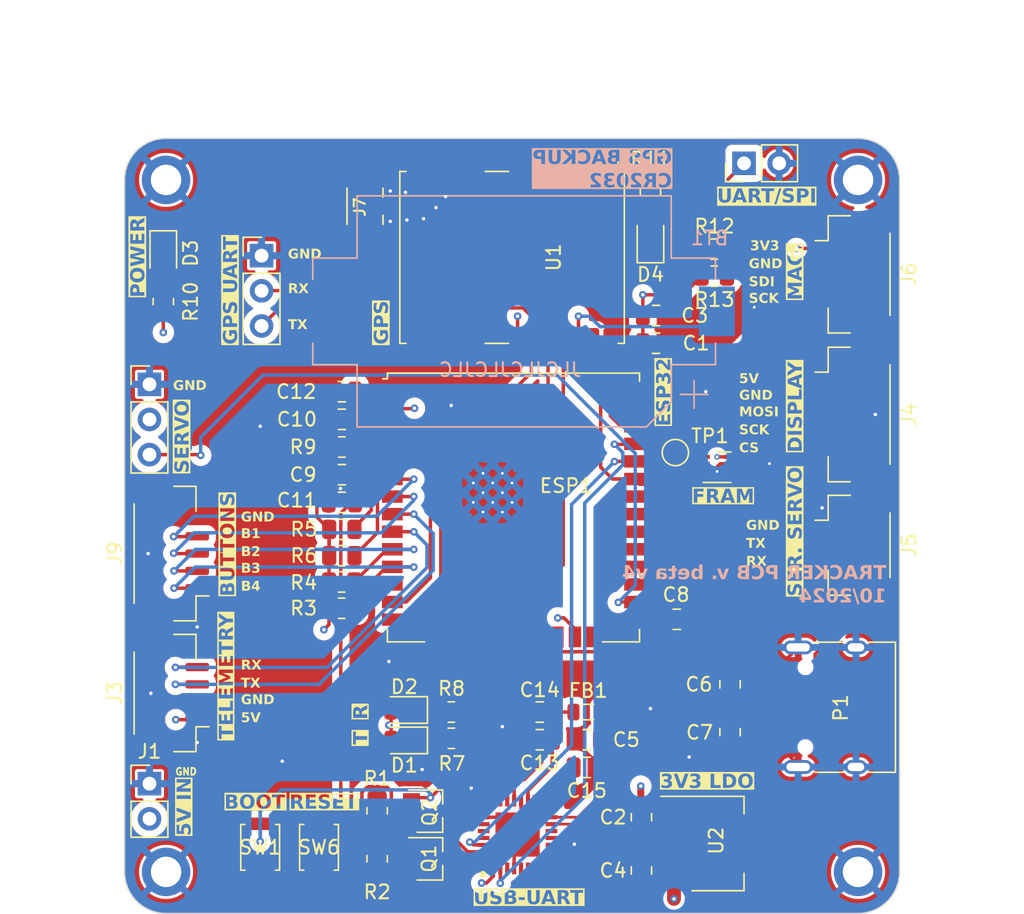
<source format=kicad_pcb>
(kicad_pcb (version 20221018) (generator pcbnew)
  (layers (0 "F.Cu" signal) (1 "In1.Cu" signal) (2 "In2.Cu" signal) (31 "B.Cu" signal) (34 "B.Paste" user) (35 "F.Paste" user) (36 "B.SilkS" user "B.Silkscreen") (37 "F.SilkS" user "F.Silkscreen") (38 "B.Mask" user) (39 "F.Mask" user) (44 "Edge.Cuts" user))
  (net 0 "")
  (net 1 "+3V3")
  (net 2 "GND")
  (net 3 "+5V")
  (net 4 "IO0")
  (net 5 "EN")
  (net 6 "Net-(D3-A)")
  (net 9 "MAV_TX")
  (net 10 "MAV_RX")
  (net 12 "GPS_SCK")
  (net 19 "GPS_CS")
  (net 21 "SERVO")
  (net 22 "SERVO_RX")
  (net 23 "SERVO_TX")
  (net 24 "SCREEN_CS")
  (net 25 "SCREEN_SCK")
  (net 26 "SCREEN_MISO")
  (net 28 "SDI")
  (net 29 "ESP32_RX0")
  (net 30 "ESP32_TX0")
  (net 31 "SCK")
  (net 32 "SCREEN_MOSI")
  (net 33 "Net-(U1-RF_IN)")
  (net 35 "USB_D+")
  (net 36 "USB_D-")
  (net 38 "RTS")
  (net 39 "DTR")
  (net 41 "Net-(D4-A)")
  (net 67 "Net-(IC1-VCC)")
  (net 68 "Net-(D1-K)")
  (net 69 "Net-(D2-K)")
  (net 70 "Net-(IC1-CBUS1)")
  (net 71 "Net-(IC1-CBUS0)")
  (net 72 "Net-(U1-TIMEPULSE)")
  (net 73 "BUTTON_3_ESP")
  (net 74 "BUTTON_4_ESP")
  (net 75 "BUTTON_1_ESP")
  (net 76 "BUTTON_2_ESP")
  (net 77 "Net-(IC1-3V3OUT)")
  (net 78 "Net-(BT1-+)")
  (net 79 "Net-(Q1-B)")
  (net 80 "Net-(Q2-B)")
  (net 81 "Net-(J10-Pin_1)")
  (net 82 "GPS_MISO{slash}TX")
  (net 83 "GPS_MOSI{slash}RX")
  (net 84 "Net-(U3-A0)")
  (footprint "Capacitor_SMD:C_0805_2012Metric" (layer "F.Cu") (at 202.7 65.3 180)
    (fp_text reference "C12")
    (fp_text value "0.1uF" hide)
  )
  (footprint "Package_DFN_QFN:QFN50P500X500X90-33N-D" (layer "F.Cu") (at 215.4 97.3 90)
    (fp_text reference "IC1" hide)
    (fp_text value "FT232RNQ-TRAY" hide)
  )
  (footprint "Resistor_SMD:R_0805_2012Metric" (layer "F.Cu") (at 210.6125 88.45)
    (fp_text reference "R8")
    (fp_text value "270" hide)
  )
  (footprint "Resistor_SMD:R_0805_2012Metric" (layer "F.Cu") (at 202.6875 80.95)
    (fp_text reference "R3")
    (fp_text value "10K" hide)
  )
  (footprint "Capacitor_SMD:C_0805_2012Metric" (layer "F.Cu") (at 202.7 67.3 180)
    (fp_text reference "C10")
    (fp_text value "10uF" hide)
  )
  (footprint "MountingHole:MountingHole_2.2mm_M2_ISO7380_Pad" (layer "F.Cu") (at 240 50)
    (fp_text reference "REF**" hide)
    (fp_text value "MountingHole_2.2mm_M2_ISO7380_Pad" hide)
  )
  (footprint "Capacitor_SMD:C_0805_2012Metric" (layer "F.Cu") (at 220.4 90.45 180)
    (fp_text reference "C5")
    (fp_text value "10nF" hide)
  )
  (footprint "Resistor_SMD:R_0805_2012Metric" (layer "F.Cu") (at 202.7 69.3)
    (fp_text reference "R9")
    (fp_text value "10K" hide)
  )
  (footprint "Resistor_SMD:R_0805_2012Metric" (layer "F.Cu") (at 225 50.9125 -90)
    (fp_text reference "R11")
    (fp_text value "5K" hide)
  )
  (footprint "Capacitor_SMD:C_0805_2012Metric" (layer "F.Cu") (at 225.4 59.8)
    (fp_text reference "C3")
    (fp_text value "0.1uF" hide)
  )
  (footprint "Connector_JST:JST_GH_BM05B-GHS-TBT_1x05-1MP_P1.25mm_Vertical" (layer "F.Cu") (at 239.7 66.95 -90)
    (fp_text reference "J4")
    (fp_text value "DISPLAY")
  )
  (footprint "Resistor_SMD:R_0805_2012Metric" (layer "F.Cu") (at 210.6125 90.35)
    (fp_text reference "R7")
    (fp_text value "270" hide)
  )
  (footprint "Connector_PinHeader_2.54mm:PinHeader_1x03_P2.54mm_Vertical" (layer "F.Cu") (at 196.9 55.475)
    (fp_text reference "J11" hide)
    (fp_text value "Conn_01x03_Pin")
  )
  (footprint "Resistor_SMD:R_0805_2012Metric" (layer "F.Cu") (at 205.25 99.05 90)
    (fp_text reference "R2")
    (fp_text value "10K" hide)
  )
  (footprint "Connector_PinHeader_2.54mm:PinHeader_1x03_P2.54mm_Vertical" (layer "F.Cu") (at 188.8 64.77)
    (fp_text reference "J2" hide)
    (fp_text value "SERVO" hide)
  )
  (footprint "Package_TO_SOT_SMD:TSOT-23" (layer "F.Cu") (at 209.04 99.0375)
    (fp_text reference "Q1")
    (fp_text value "NPN" hide)
  )
  (footprint "Connector_JST:JST_GH_BM05B-GHS-TBT_1x05-1MP_P1.25mm_Vertical" (layer "F.Cu") (at 190.3 77 90)
    (fp_text reference "J9")
    (fp_text value "Conn_01x05_Pin" hide)
  )
  (footprint "Capacitor_SMD:C_0805_2012Metric" (layer "F.Cu") (at 217 90.45 180)
    (fp_text reference "C13")
    (fp_text value "4.7uF" hide)
  )
  (footprint "LED_SMD:LED_0805_2012Metric" (layer "F.Cu") (at 225 54.3 90)
    (fp_text reference "D4")
    (fp_text value "TIMEPULSE")
  )
  (footprint "Resistor_SMD:R_0805_2012Metric" (layer "F.Cu") (at 229.6125 56.95)
    (fp_text reference "R13")
    (fp_text value "2.2K" hide)
  )
  (footprint "Resistor_SMD:R_0805_2012Metric" (layer "F.Cu") (at 202.6875 79.05)
    (fp_text reference "R4")
    (fp_text value "10K" hide)
  )
  (footprint "Button_Switch_SMD:SW_SPST_B3U-1000P" (layer "F.Cu") (at 196.8 98.225 90)
    (fp_text reference "SW1")
    (fp_text value "BOOT")
  )
  (footprint "Inductor_SMD:L_0805_2012Metric" (layer "F.Cu") (at 220.5 88.45)
    (fp_text reference "FB1")
    (fp_text value "FerriteBead_Small" hide)
  )
  (footprint "LED_SMD:LED_0805_2012Metric" (layer "F.Cu") (at 207.2 88.3 180)
    (fp_text reference "D2")
    (fp_text value "RX" hide)
  )
  (footprint "MountingHole:MountingHole_2.2mm_M2_ISO7380_Pad" (layer "F.Cu") (at 240 100)
    (fp_text reference "REF**" hide)
    (fp_text value "MountingHole_2.2mm_M2_ISO7380_Pad" hide)
  )
  (footprint "Package_TO_SOT_SMD:SOT-223-3_TabPin2" (layer "F.Cu") (at 229.85 97.95)
    (fp_text reference "U2")
    (fp_text value "AP7361C-33E" hide)
  )
  (footprint "LED_SMD:LED_0805_2012Metric" (layer "F.Cu") (at 189.8 55.3625 -90)
    (fp_text reference "D3")
    (fp_text value "POWER" hide)
  )
  (footprint "Package_TO_SOT_SMD:TSOT-23" (layer "F.Cu") (at 209.04 95.5875)
    (fp_text reference "Q2")
    (fp_text value "NPN")
  )
  (footprint "Capacitor_SMD:C_0805_2012Metric" (layer "F.Cu") (at 217 88.45 180)
    (fp_text reference "C14")
    (fp_text value "0.1uF" hide)
  )
  (footprint "Resistor_SMD:R_0805_2012Metric" (layer "F.Cu") (at 202.7 77.15)
    (fp_text reference "R6")
    (fp_text value "10K" hide)
  )
  (footprint "Button_Switch_SMD:SW_SPST_B3U-1000P" (layer "F.Cu") (at 201.05 98.225 90)
    (fp_text reference "SW6")
    (fp_text value "RESET")
  )
  (footprint "Capacitor_SMD:C_0805_2012Metric" (layer "F.Cu") (at 226.9 81.75 180)
    (fp_text reference "C8")
    (fp_text value "47pF" hide)
  )
  (footprint "Capacitor_SMD:C_0805_2012Metric" (layer "F.Cu") (at 220.4 92.45 180)
    (fp_text reference "C15")
    (fp_text value "0.1uF")
  )
  (footprint "Capacitor_SMD:C_0805_2012Metric" (layer "F.Cu") (at 202.7125 71.3 180)
    (fp_text reference "C9")
    (fp_text value "0.1uF" hide)
  )
  (footprint "TestPoint:TestPoint_Pad_D1.5mm" (layer "F.Cu") (at 226.8 69.7)
    (fp_text reference "TP1")
    (fp_text value "TestPoint")
  )
  (footprint "Connector_JST:JST_GH_BM04B-GHS-TBT_1x04-1MP_P1.25mm_Vertical" (layer "F.Cu") (at 239.7 56.825 -90)
    (fp_text reference "J6")
    (fp_text value "MAG.")
  )
  (footprint "Capacitor_SMD:C_0805_2012Metric" (layer "F.Cu") (at 224.35 99.9 90)
    (fp_text reference "C4")
    (fp_text value "1uF" hide)
  )
  (footprint "RF_Module:ESP32-WROOM-32UE" (layer "F.Cu") (at 215.1 73.67)
    (fp_text reference "ESP1")
    (fp_text value "ESP32-WROOM-32")
  )
  (footprint "Resistor_SMD:R_0805_2012Metric" (layer "F.Cu") (at 229.6125 55)
    (fp_text reference "R12")
    (fp_text value "2.2K" hide)
  )
  (footprint "RF_GPS:ublox_NEO" (layer "F.Cu") (at 215 55.6 -90)
    (fp_text reference "U1")
    (fp_text value "NEO-M9N")
  )
  (footprint "MountingHole:MountingHole_2.2mm_M2_ISO7380_Pad" (layer "F.Cu") (at 190 50)
    (fp_text reference "REF**" hide)
    (fp_text value "MountingHole_2.2mm_M2_ISO7380_Pad" hide)
  )
  (footprint "Connector_JST:JST_GH_BM04B-GHS-TBT_1x04-1MP_P1.25mm_Vertical" (layer "F.Cu") (at 190.3 87.075 90)
    (fp_text reference "J3")
    (fp_text value "MAVLINK")
  )
  (footprint "U.FL-R-SMT-1_10:HRS_U.FL-R-SMT-1(10)" (layer "F.Cu") (at 204.375 51.9 90)
    (fp_text reference "J7")
    (fp_text value "U.FL-R")
  )
  (footprint "Package_DFN_QFN:DFN-8_2x2mm_P0.5mm" (layer "F.Cu") (at 229.8125 70.7625)
    (fp_text reference "U3" hide)
    (fp_text value "FM24C64B")
  )
  (footprint "Capacitor_SMD:C_0805_2012Metric" (layer "F.Cu") (at 230.75 89.9 -90)
    (fp_text reference "C7")
    (fp_text value "47pF" hide)
  )
  (footprint "Capacitor_SMD:C_0805_2012Metric" (layer "F.Cu") (at 230.75 86.45 90)
    (fp_text reference "C6")
    (fp_text value "47pF" hide)
  )
  (footprint "Resistor_SMD:R_0805_2012Metric" (layer "F.Cu") (at 202.7 75.25)
    (fp_text reference "R5")
    (fp_text value "10K" hide)
  )
  (footprint "Connector_PinHeader_2.54mm:PinHeader_1x02_P2.54mm_Vertical" (layer "F.Cu") (at 231.76 48.8 90)
    (fp_text reference "J10" hide)
    (fp_text value "UART/SPI")
  )
  (footprint "Connector_PinHeader_2.54mm:PinHeader_1x02_P2.54mm_Vertical" (layer "F.Cu") (at 188.8 93.625)
    (fp_text reference "J1")
    (fp_text value "5V")
  )
  (footprint "Resistor_SMD:R_0805_2012Metric" (layer "F.Cu") (at 189.8 58.7875 90)
    (fp_text reference "R10")
    (fp_text value "5K" hide)
  )
  (footprint "Resistor_SMD:R_0805_2012Metric" (layer "F.Cu") (at 205.25 95.5875 -90)
    (fp_text reference "R1")
    (fp_text value "10K" hide)
  )
  (footprint "LED_SMD:LED_0805_2012Metric" (layer "F.Cu") (at 207.2 90.5 180)
    (fp_text reference "D1")
    (fp_text value "TX" hide)
  )
  (footprint "Capacitor_SMD:C_0805_2012Metric" (layer "F.Cu") (at 202.7 73.3)
    (fp_text reference "C11")
    (fp_text value "47pF" hide)
  )
  (footprint "Capacitor_SMD:C_0805_2012Metric" (layer "F.Cu") (at 225.4 61.8)
    (fp_text reference "C1")
    (fp_text value "10uF" hide)
  )
  (footprint "Connector_JST:JST_GH_BM03B-GHS-TBT_1x03-1MP_P1.25mm_Vertical" (layer "F.Cu") (at 239.7 76.4 -90)
    (fp_text reference "J5")
    (fp_text value "SER. SERVO")
  )
  (footprint "Connector_USB:USB_C_Receptacle_HRO_TYPE-C-31-M-12" (layer "F.Cu") (at 238.8 88.1 90)
    (fp_text reference "P1")
    (fp_text value "USB_C_Plug_USB2.0" hide)
  )
  (footprint "MountingHole:MountingHole_2.2mm_M2_ISO7380_Pad" (layer "F.Cu") (at 190 100)
    (fp_text reference "REF**" hide)
    (fp_text value "MountingHole_2.2mm_M2_ISO7380_Pad" hide)
  )
  (footprint "Capacitor_SMD:C_0805_2012Metric" (layer "F.Cu") (at 224.35 96.05 -90)
    (fp_text reference "C2")
    (fp_text value "1uF" hide)
  )
  (footprint "Battery:BatteryHolder_Keystone_1060_1x2032" (layer "B.Cu") (at 215.15 59.5 180)
    (fp_text reference "BT1")
    (fp_text value "Battery_Cell")
  )
  (gr_arc (start 187 50) (mid 187.87868 47.87868) (end 190 47) (stroke (width 0.1)) (layer "Edge.Cuts"))
  (gr_arc (start 190 103) (mid 187.87868 102.12132) (end 187 100) (stroke (width 0.1)) (layer "Edge.Cuts"))
  (gr_line (start 240 103) (end 190 103) (stroke (width 0.1)) (layer "Edge.Cuts"))
  (gr_arc (start 243 100) (mid 242.12132 102.12132) (end 240 103) (stroke (width 0.1)) (layer "Edge.Cuts"))
  (gr_line (start 243 50) (end 243 100) (stroke (width 0.1)) (layer "Edge.Cuts"))
  (gr_line (start 190 47) (end 240 47) (stroke (width 0.1)) (layer "Edge.Cuts"))
  (gr_arc (start 240 47) (mid 242.12132 47.87868) (end 243 50) (stroke (width 0.1)) (layer "Edge.Cuts"))
  (gr_line (start 187 100) (end 187 50) (stroke (width 0.1)) (layer "Edge.Cuts"))
  (gr_text "TRACKER PCB v. beta v4\n10/2024" (at 242.05 80.7) (layer "B.SilkS") (effects (font (size 1 1) (thickness 0.2) bold) (justify left bottom mirror)))
  (gr_text "JLCJLCJLCJLC" (at 220.1 64.3) (layer "B.SilkS") (effects (font (size 1 1)) (justify left bottom mirror)))
  (gr_text "GPS BACKUP\nCR2032" (at 226.55 50.7) (layer "B.SilkS" knockout) (effects (font (size 1 1) (thickness 0.2) bold) (justify left bottom mirror)))
  (gr_text "GND" (at 195.4 74.8) (layer "F.SilkS") (effects (font (size 0.7 0.7) (thickness 0.1) bold) (justify left bottom)))
  (gr_text "SCK\n" (at 231.4 68.5) (layer "F.SilkS") (effects (font (size 0.7 0.7) (thickness 0.1) bold) (justify left bottom)))
  (gr_text "GND" (at 231.4 66) (layer "F.SilkS") (effects (font (size 0.7 0.7) (thickness 0.1) bold) (justify left bottom)))
  (gr_text "POWER" (at 188.6 58.5 90) (layer "F.SilkS" knockout) (effects (font (size 1 1) (thickness 0.2) bold) (justify left bottom)))
  (gr_text "MOSI" (at 231.4 67.2) (layer "F.SilkS") (effects (font (size 0.7 0.7) (thickness 0.1) bold) (justify left bottom)))
  (gr_text "SDI" (at 232.1 57.8) (layer "F.SilkS") (effects (font (size 0.7 0.7) (thickness 0.14) bold) (justify left bottom)))
  (gr_text "SCK" (at 232.1 59) (layer "F.SilkS") (effects (font (size 0.7 0.7) (thickness 0.14) bold) (justify left bottom)))
  (gr_text "RX" (at 231.9 78) (layer "F.SilkS") (effects (font (size 0.7 0.7) (thickness 0.1) bold) (justify left bottom)))
  (gr_text "GPS" (at 206.2 61.9 90) (layer "F.SilkS" knockout) (effects (font (size 1 1) (thickness 0.2) bold) (justify left bottom)))
  (gr_text "3V3" (at 232.2 55.2) (layer "F.SilkS") (effects (font (size 0.7 0.7) (thickness 0.14) bold) (justify left bottom)))
  (gr_text "5V IN" (at 191.95 97.4 90) (layer "F.SilkS" knockout) (effects (font (size 1 1) (thickness 0.2) bold) (justify left bottom)))
  (gr_text "TX" (at 195.4 86.8) (layer "F.SilkS") (effects (font (size 0.7 0.7) (thickness 0.1) bold) (justify left bottom)))
  (gr_text "GPS UART" (at 195.3 61.9 90) (layer "F.SilkS" knockout) (effects (font (size 1 1) (thickness 0.2) bold) (justify left bottom)))
  (gr_text "RESET" (at 198.9 95.6) (layer "F.SilkS" knockout) (effects (font (size 1 1) (thickness 0.2) bold) (justify left bottom)))
  (gr_text "DISPLAY" (at 236.1 69.7 90) (layer "F.SilkS" knockout) (effects (font (size 1 1) (thickness 0.2) bold) (justify left bottom)))
  (gr_text "R" (at 204.7 89 90) (layer "F.SilkS" knockout) (effects (font (size 1 1) (thickness 0.2) bold) (justify left bottom)))
  (gr_text "BUTTONS" (at 195.1 80.1 90) (layer "F.SilkS" knockout) (effects (font (size 1 1) (thickness 0.2) bold) (justify left bottom)))
  (gr_text "BOOT\n" (at 194.2 95.6) (layer "F.SilkS" knockout) (effects (font (size 1 1) (thickness 0.2) bold) (justify left bottom)))
  (gr_text "RX" (at 195.4 85.5) (layer "F.SilkS") (effects (font (size 0.7 0.7) (thickness 0.1) bold) (justify left bottom)))
  (gr_text "MAG." (at 236.1 58.7 90) (layer "F.SilkS" knockout) (effects (font (size 1 1) (thickness 0.2) bold) (justify left bottom)))
  (gr_text "RX" (at 198.8 58.3) (layer "F.SilkS") (effects (font (size 0.7 0.7) (thickness 0.14) bold) (justify left bottom)))
  (gr_text "SERVO" (at 191.8 71.2 90) (layer "F.SilkS" knockout) (effects (font (size 1 1) (thickness 0.2) bold) (justify left bottom)))
  (gr_text "USB-UART" (at 212.2 102.5) (layer "F.SilkS" knockout) (effects (font (size 1 1) (thickness 0.2) bold) (justify left bottom)))
  (gr_text "3V3 LDO" (at 225.7 94.1) (layer "F.SilkS" knockout) (effects (font (size 1 1) (thickness 0.2) bold) (justify left bottom)))
  (gr_text "TELEMETRY" (at 195 90.4 90) (layer "F.SilkS" knockout) (effects (font (size 1 1) (thickness 0.2) bold) (justify left bottom)))
  (gr_text "SER. SERVO" (at 236.1 80.1 90) (layer "F.SilkS" knockout) (effects (font (size 1 1) (thickness 0.2) bold) (justify left bottom)))
  (gr_text "T\n" (at 204.7 90.8 90) (layer "F.SilkS" knockout) (effects (font (size 1 1) (thickness 0.2) bold) (justify left bottom)))
  (gr_text "5V" (at 195.4 89.3) (layer "F.SilkS") (effects (font (size 0.7 0.7) (thickness 0.1) bold) (justify left bottom)))
  (gr_text "B4" (at 195.4 79.8) (layer "F.SilkS") (effects (font (size 0.7 0.7) (thickness 0.1) bold) (justify left bottom)))
  (gr_text "UART/SPI\n" (at 229.8 51.8) (layer "F.SilkS" knockout) (effects (font (size 1 1) (thickness 0.2) bold) (justify left bottom)))
  (gr_text "TX" (at 198.8 60.9) (layer "F.SilkS") (effects (font (size 0.7 0.7) (thickness 0.14) bold) (justify left bottom)))
  (gr_text "CS" (at 231.4 69.8) (layer "F.SilkS") (effects (font (size 0.7 0.7) (thickness 0.1) bold) (justify left bottom)))
  (gr_text "B1" (at 195.4 76) (layer "F.SilkS") (effects (font (size 0.7 0.7) (thickness 0.1) bold) (justify left bottom)))
  (gr_text "B2" (at 195.4 77.3) (layer "F.SilkS") (effects (font (size 0.7 0.7) (thickness 0.1) bold) (justify left bottom)))
  (gr_text "GND" (at 190.6 93.05) (layer "F.SilkS") (effects (font (size 0.5 0.5) (thickness 0.125)) (justify left bottom)))
  (gr_text "5V" (at 231.4 64.8) (layer "F.SilkS") (effects (font (size 0.7 0.7) (thickness 0.1) bold) (justify left bottom)))
  (gr_text "GND" (at 190.5 65.3) (layer "F.SilkS") (effects (font (size 0.7 0.7) (thickness 0.14) bold) (justify left bottom)))
  (gr_text "GND" (at 231.9 75.4) (layer "F.SilkS") (effects (font (size 0.7 0.7) (thickness 0.1) bold) (justify left bottom)))
  (gr_text "TX" (at 231.9 76.7) (layer "F.SilkS") (effects (font (size 0.7 0.7) (thickness 0.1) bold) (justify left bottom)))
  (gr_text "GND" (at 198.8 55.8) (layer "F.SilkS") (effects (font (size 0.7 0.7) (thickness 0.14) bold) (justify left bottom)))
  (gr_text "ESP32" (at 226.6 67.8 90) (layer "F.SilkS" knockout) (effects (font (size 1 1) (thickness 0.2) bold) (justify left bottom)))
  (gr_text "FRAM" (at 228 73.5) (layer "F.SilkS" knockout) (effects (font (size 1 1) (thickness 0.2) bold) (justify left bottom)))
  (gr_text "GND" (at 195.4 88) (layer "F.SilkS") (effects (font (size 0.7 0.7) (thickness 0.1) bold) (justify left bottom)))
  (gr_text "GND" (at 232.1 56.5) (layer "F.SilkS") (effects (font (size 0.7 0.7) (thickness 0.14) bold) (justify left bottom)))
  (gr_text "B3" (at 195.4 78.5) (layer "F.SilkS") (effects (font (size 0.7 0.7) (thickness 0.1) bold) (justify left bottom)))
  (segment (start 224.45 58.3) (end 227.35 58.3) (width 0.25) (layer "F.Cu") (net 1))
  (segment (start 226.7 100.25) (end 224.95 100.25) (width 0.25) (layer "F.Cu") (net 1))
  (segment (start 201.775 80.95) (end 201.775 75.2625) (width 0.25) (layer "F.Cu") (net 1))
  (segment (start 206.1 89.4) (end 206.2625 89.2375) (width 0.25) (layer "F.Cu") (net 1))
  (segment (start 235.55 54.95) (end 237.75 54.95) (width 0.25) (layer "F.Cu") (net 1))
  (segment (start 226.7 101.95) (end 226.7 100.25) (width 1) (layer "F.Cu") (net 1))
  (segment (start 203.65 67.3) (end 204.42 66.53) (width 0.25) (layer "F.Cu") (net 1))
  (segment (start 203.65 67.3) (end 203.65 65.3) (width 0.25) (layer "F.Cu") (net 1))
  (segment (start 224.95 100.25) (end 224.35 100.85) (width 0.25) (layer "F.Cu") (net 1))
  (segment (start 201.7875 69.3) (end 201.7875 69.1625) (width 0.25) (layer "F.Cu") (net 1))
  (segment (start 201.4 82.5) (end 201.775 82.125) (width 0.25) (layer "F.Cu") (net 1))
  (segment (start 226.15 100.8) (end 226.7 100.25) (width 0.25) (layer "F.Cu") (net 1))
  (segment (start 220.9 62.75) (end 220.9 61.6) (width 0.25) (layer "F.Cu") (net 1))
  (segment (start 200.9 74.3625) (end 200.9 70.1875) (width 0.25) (layer "F.Cu") (net 1))
  (segment (start 212.8 100.8) (end 213.15 100.8) (width 0.25) (layer "F.Cu") (net 1))
  (segment (start 201.775 75.2625) (end 201.7875 75.25) (width 0.25) (layer "F.Cu") (net 1))
  (segment (start 220.975 62.825) (end 220.9 62.75) (width 0.25) (layer "F.Cu") (net 1))
  (segment (start 200.9 70.1875) (end 201.7875 69.3) (width 0.25) (layer "F.Cu") (net 1))
  (segment (start 201.7625 69.325) (end 201.7875 69.3) (width 0.25) (layer "F.Cu") (net 1))
  (segment (start 223.425 62.825) (end 220.975 62.825) (width 0.25) (layer "F.Cu") (net 1))
  (segment (start 206.2625 89.5625) (end 206.2625 90.5) (width 0.25) (layer "F.Cu") (net 1))
  (segment (start 201.775 82.125) (end 201.775 80.95) (width 0.25) (layer "F.Cu") (net 1))
  (segment (start 201.7875 75.25) (end 200.9 74.3625) (width 0.25) (layer "F.Cu") (net 1))
  (segment (start 206.1 89.4) (end 206.2625 89.5625) (width 0.25) (layer "F.Cu") (net 1))
  (segment (start 229.8125 70.0125) (end 230.7625 70.0125) (width 0.25) (layer "F.Cu") (net 1))
  (segment (start 207.92 66.53) (end 207.925 66.525) (width 0.25) (layer "F.Cu") (net 1))
  (segment (start 206.2625 89.2375) (end 206.2625 88.3) (width 0.25) (layer "F.Cu") (net 1))
  (segment (start 213.15 100.8) (end 213.65 100.3) (width 0.25) (layer "F.Cu") (net 1))
  (segment (start 206.35 66.53) (end 207.92 66.53) (width 0.25) (layer "F.Cu") (net 1))
  (segment (start 201.7875 75.25) (end 201.7875 77.15) (width 0.25) (layer "F.Cu") (net 1))
  (segment (start 227.25 100.8) (end 226.7 100.25) (width 0.25) (layer "F.Cu") (net 1))
  (segment (start 228.7 55) (end 228.7 56.95) (width 0.25) (layer "F.Cu") (net 1))
  (segment (start 224.45 61.8) (end 223.425 62.825) (width 0.25) (layer "F.Cu") (net 1))
  (segment (start 189.8 61.025) (end 189.8 59.7) (width 0.25) (layer "F.Cu") (net 1))
  (segment (start 213.65 100.3) (end 213.65 99.75) (width 0.25) (layer "F.Cu") (net 1))
  (segment (start 227.35 58.3) (end 228.7 56.95) (width 0.25) (layer "F.Cu") (net 1))
  (segment (start 204.42 66.53) (end 206.35 66.53) (width 0.25) (layer "F.Cu") (net 1))
  (segment (start 224.45 59.8) (end 224.45 61.8) (width 0.25) (layer "F.Cu") (net 1))
  (segment (start 224.45 58.3) (end 224.45 59.8) (width 0.25) (layer "F.Cu") (net 1))
  (segment (start 201.7875 69.1625) (end 203.65 67.3) (width 0.25) (layer "F.Cu") (net 1))
  (via (at 235.55 54.95) (size 0.55) (drill 0.25) (layers "F.Cu" "B.Cu") (net 1))
  (via (at 229.8125 70.0125) (size 0.4) (drill 0.2) (layers "F.Cu" "B.Cu") (net 1))
  (via (at 189.8 61.025) (size 0.55) (drill 0.25) (layers "F.Cu" "B.Cu") (net 1))
  (via (at 224.45 58.3) (size 0.55) (drill 0.25) (layers "F.Cu" "B.Cu") (net 1))
  (via (at 207.95 66.5) (size 0.55) (drill 0.25) (layers "F.Cu" "B.Cu") (net 1))
  (via (at 212.8 100.8) (size 0.55) (drill 0.25) (layers "F.Cu" "B.Cu") (net 1))
  (via (at 226.7 101.95) (size 0.55) (drill 0.25) (layers "F.Cu" "B.Cu") (net 1))
  (via (at 206.1 89.4) (size 0.55) (drill 0.25) (layers "F.Cu" "B.Cu") (net 1))
  (via (at 201.4 82.5) (size 0.55) (drill 0.25) (layers "F.Cu" "B.Cu") (net 1))
  (segment (start 212.225 96.05) (end 212.05 95.875) (width 0.25) (layer "F.Cu") (net 2))
  (segment (start 235.67 92.265) (end 234.755 91.35) (width 0.25) (layer "F.Cu") (net 2))
  (segment (start 230.0375 70.5125) (end 230.7625 70.5125) (width 0.25) (layer "F.Cu") (net 2))
  (segment (start 228.8625 71.0125) (end 229.7625 71.0125) (width 0.25) (layer "F.Cu") (net 2))
  (segment (start 234.755 84.85) (end 234.755 84.695) (width 0.25) (layer "F.Cu") (net 2))
  (segment (start 215.15 97.55) (end 215.4 97.3) (width 0.25) (layer "F.Cu") (net 2))
  (segment (start 221.35 92.35) (end 219.45 90.45) (width 0.25) (layer "F.Cu") (net 2))
  (segment (start 212.95 96.05) (end 212.225 96.05) (width 0.25) (layer "F.Cu") (net 2))
  (segment (start 228.8625 71.5125) (end 228.8625 71.0125) (width 0.25) (layer "F.Cu") (net 2))
  (segment (start 213.65 94.85) (end 212.95 94.85) (width 0.25) (layer "F.Cu") (net 2))
  (segment (start 229.8125 71.0625) (end 229.8125 70.7375) (width 0.25) (layer "F.Cu") (net 2))
  (segment (start 229.8125 70.7375) (end 230.0375 70.5125) (width 0.25) (layer "F.Cu") (net 2))
  (segment (start 215.65 94.85) (end 215.65 97.05) (width 0.25) (layer "F.Cu") (net 2))
  (segment (start 228.8625 70.5125) (end 228.8625 71.0125) (width 0.25) (layer "F.Cu") (net 2))
  (segment (start 229.5875 71.5125) (end 228.8625 71.5125) (width 0.25) (layer "F.Cu") (net 2))
  (segment (start 229.7625 71.0125) (end 229.8125 71.0625) (width 0.25) (layer "F.Cu") (net 2))
  (segment (start 215.65 97.05) (end 215.4 97.3) (width 0.25) (layer "F.Cu") (net 2))
  (segment (start 221.35 92.45) (end 221.35 92.35) (width 0.25) (layer "F.Cu") (net 2))
  (segment (start 212.95 96.05) (end 214.15 96.05) (width 0.25) (layer "F.Cu") (net 2))
  (segment (start 217.15 95.55) (end 217.15 94.85) (width 0.25) (layer "F.Cu") (net 2))
  (segment (start 234.755 84.695) (end 235.67 83.78) (width 0.25) (layer "F.Cu") (net 2))
  (segment (start 229.8125 71.2875) (end 229.5875 71.5125) (width 0.25) (layer "F.Cu") (net 2))
  (segment (start 215.4 97.3) (end 217.15 95.55) (width 0.25) (layer "F.Cu") (net 2))
  (segment (start 215.15 99.75) (end 215.15 97.55) (width 0.25) (layer "F.Cu") (net 2))
  (segment (start 229.8125 71.0625) (end 229.8125 71.2875) (width 0.25) (layer "F.Cu") (net 2))
  (segment (start 212.05 95.875) (end 212.05 93.95) (width 0.25) (layer "F.Cu") (net 2))
  (segment (start 212.95 94.85) (end 212.05 93.95) (width 0.25) (layer "F.Cu") (net 2))
  (segment (start 235.67 92.42) (end 235.67 92.265) (width 0.25) (layer "F.Cu") (net 2))
  (via (at 209.5 52) (size 0.55) (drill 0.25) (layers "F.Cu" "B.Cu") (net 2))
  (via (at 229.8125 71.0625) (size 0.4) (drill 0.2) (layers "F.Cu" "B.Cu") (net 2))
  (via (at 192.25 82.3) (size 0.55) (drill 0.25) (layers "F.Cu" "B.Cu") (net 2))
  (via (at 196.8 67.8) (size 0.55) (drill 0.25) (layers "F.Cu" "B.Cu") (net 2))
  (via (at 202.6 72.3) (size 0.55) (drill 0.25) (layers "F.Cu" "B.Cu") (net 2))
  (via (at 225 88.2) (size 0.55) (drill 0.25) (layers "F.Cu" "B.Cu") (net 2))
  (via (at 227.8 91.7) (size 0.55) (drill 0.25) (layers "F.Cu" "B.Cu") (net 2))
  (via (at 232.5 59.2) (size 0.4) (drill 0.2) (layers "F.Cu" "B.Cu") (net 2))
  (via (at 210.2 51.2) (size 0.55) (drill 0.25) (layers "F.Cu" "B.Cu") (net 2))
  (via (at 229 65.3) (size 0.55) (drill 0.25) (layers "F.Cu" "B.Cu") (net 2))
  (via (at 207.4 52.9) (size 0.55) (drill 0.25) (layers "F.Cu" "B.Cu") (net 2))
  (via (at 208.6 52.8) (size 0.55) (drill 0.25) (layers "F.Cu" "B.Cu") (net 2))
  (via (at 206.2 50.8) (size 0.55) (drill 0.25) (layers "F.Cu" "B.Cu") (net 2))
  (via (at 210.6 66.3) (size 0.55) (drill 0.25) (layers "F.Cu" "B.Cu") (net 2))
  (via (at 237.4 73.7) (size 0.55) (drill 0.25) (layers "F.Cu" "B.Cu") (net 2))
  (via (at 188.9 87.1) (size 0.55) (drill 0.25) (layers "F.Cu" "B.Cu") (net 2))
  (via (at 207.3 50.9005) (size 0.55) (drill 0.25) (layers "F.Cu" "B.Cu") (net 2))
  (via (at 198.4 92) (size 0.55) (drill 0.25) (layers "F.Cu" "B.Cu") (net 2))
  (via (at 241.25 66.95) (size 0.55) (drill 0.25) (layers "F.Cu" "B.Cu") (net 2))
  (via (at 208.5 92.6) (size 0.55) (drill 0.25) (layers "F.Cu" "B.Cu") (net 2))
  (via (at 219.5 98) (size 0.55) (drill 0.25) (layers "F.Cu" "B.Cu") (net 2))
  (via (at 188.7 77) (size 0.55) (drill 0.25) (layers "F.Cu" "B.Cu") (net 2))
  (via (at 206.1 84.8) (size 0.55) (drill 0.25) (layers "F.Cu" "B.Cu") (net 2))
  (via (at 206.2 53) (size 0.55) (drill 0.25) (layers "F.Cu" "B.Cu") (net 2))
  (via (at 233.6 70.5) (size 0.4) (drill 0.2) (layers "F.Cu" "B.Cu") (net 2))
  (via (at 214.3 89.5) (size 0.55) (drill 0.25) (layers "F.Cu" "B.Cu") (net 2))
  (via (at 212.05 93.95) (size 0.55) (drill 0.25) (layers "F.Cu" "B.Cu") (net 2))
  (via (at 192.25 90.65) (size 0.55) (drill 0.25) (layers "F.Cu" "B.Cu") (net 2))
  (segment (start 224.3 93.8) (end 224.3 95.05) (width 0.5) (layer "F.Cu") (net 3))
  (segment (start 234.755 90.55) (end 233.8 90.55) (width 0.7) (layer "F.Cu") (net 3))
  (segment (start 232.45 85.65) (end 234.755 85.65) (width 0.25) (layer "F.Cu") (net 3))
  (segment (start 233.8 90.55) (end 228.7 95.65) (width 0.7) (layer "F.Cu") (net 3))
  (segment (start 221.35 88.6625) (end 221.5625 88.45) (width 0.25) (layer "F.Cu") (net 3))
  (segment (start 190.7 89) (end 192.2 89) (width 0.25) (layer "F.Cu") (net 3))
  (segment (start 238.925 65.353249) (end 238.925 82.241726) (width 0.25) (layer "F.Cu") (net 3))
  (segment (start 221.5625 88.45) (end 223.4375 86.575) (width 0.25) (layer "F.Cu") (net 3))
  (segment (start 228.7 95.65) (end 226.7 95.65) (width 0.7) (layer "F.Cu") (net 3))
  (segment (start 224.9 95.65) (end 226.7 95.65) (width 0.4) (layer "F.Cu") (net 3))
  (segment (start 234.755 90.55) (end 235.58 90.55) (width 0.25) (layer "F.Cu") (net 3))
  (segment (start 224.3 95.05) (end 224.35 95.1) (width 0.25) (layer "F.Cu") (net 3))
  (segment (start 237.75 64.45) (end 238.021751 64.45) (width 0.25) (layer "F.Cu") (net 3))
  (segment (start 236.48 85.92) (end 235.85 85.92) (width 0.25) (layer "F.Cu") (net 3))
  (segment (start 236.9 85.5) (end 236.48 85.92) (width 0.25) (layer "F.Cu") (net 3))
  (segment (start 238.925 82.241726) (end 236.9 84.266726) (width 0.25) (layer "F.Cu") (net 3))
  (segment (start 189.16 96.165) (end 188.8 96.165) (width 0.8) (layer "F.Cu") (net 3))
  (segment (start 238.021751 64.45) (end 238.925 65.353249) (width 0.25) (layer "F.Cu") (net 3))
  (segment (start 224.35 95.1) (end 224.9 95.65) (width 0.4) (layer "F.Cu") (net 3))
  (segment (start 235.85 85.92) (end 235.58 85.65) (width 0.25) (layer "F.Cu") (net 3))
  (segment (start 221.35 90.45) (end 221.35 88.6625) (width 0.25) (layer "F.Cu") (net 3))
  (segment (start 235.58 90.55) (end 235.85 90.28) (width 0.25) (layer "F.Cu") (net 3))
  (segment (start 236.9 84.266726) (end 236.9 85.5) (width 0.25) (layer "F.Cu") (net 3))
  (segment (start 235.85 90.28) (end 235.85 85.92) (width 0.25) (layer "F.Cu") (net 3))
  (segment (start 235.58 85.65) (end 234.755 85.65) (width 0.25) (layer "F.Cu") (net 3))
  (segment (start 192.2 89) (end 192.25 88.95) (width 0.25) (layer "F.Cu") (net 3))
  (segment (start 231.525 86.575) (end 232.45 85.65) (width 0.25) (layer "F.Cu") (net 3))
  (segment (start 223.4375 86.575) (end 231.525 86.575) (width 0.25) (layer "F.Cu") (net 3))
  (via (at 224.3 93.8) (size 0.55) (drill 0.25) (layers "F.Cu" "B.Cu") (net 3))
  (via (at 190.7 89) (size 0.55) (drill 0.25) (layers "F.Cu" "B.Cu") (net 3))
  (segment (start 214.354327 84.095) (end 221.525 84.095) (width 0.25) (layer "F.Cu") (net 4))
  (segment (start 210.5375 93.2125) (end 210.5375 87.911827) (width 0.25) (layer "F.Cu") (net 4))
  (segment (start 225.95 81.75) (end 223.87 81.75) (width 0.25) (layer "F.Cu") (net 4))
  (segment (start 207.73 94.6375) (end 209.1 94.6375) (width 0.25) (layer "F.Cu") (net 4))
  (segment (start 210.5375 93.2125) (end 209.1125 94.6375) (width 0.25) (layer "F.Cu") (net 4))
  (segment (start 196.8 96.525) (end 196.8 97.8) (width 0.25) (layer "F.Cu") (net 4))
  (segment (start 209.1 94.6375) (end 209.15 94.6375) (width 0.25) (layer "F.Cu") (net 4))
  (segment (start 210.5375 87.911827) (end 214.354327 84.095) (width 0.25) (layer "F.Cu") (net 4))
  (segment (start 209.1125 94.6375) (end 209.1 94.6375) (width 0.25) (layer "F.Cu") (net 4))
  (segment (start 221.525 84.095) (end 223.85 81.77) (width 0.25) (layer "F.Cu") (net 4))
  (segment (start 223.87 81.75) (end 223.85 81.77) (width 0.25) (layer "F.Cu") (net 4))
  (via (at 196.8 97.8) (size 0.55) (drill 0.25) (layers "F.Cu" "B.Cu") (net 4))
  (via (at 209.1 94.6375) (size 0.55) (drill 0.25) (layers "F.Cu" "B.Cu") (net 4))
  (segment (start 196.8 95.6) (end 198.325 94.075) (width 0.25) (layer "B.Cu") (net 4))
  (segment (start 198.325 94.075) (end 208.825 94.075) (width 0.25) (layer "B.Cu") (net 4))
  (segment (start 196.8 97.8) (end 196.8 95.6) (width 0.25) (layer "B.Cu") (net 4))
  (segment (start 208.825 94.075) (end 209.1 94.35) (width 0.25) (layer "B.Cu") (net 4))
  (segment (start 209.1 94.35) (end 209.1 94.6375) (width 0.25) (layer "B.Cu") (net 4))
  (segment (start 203.6625 69.35) (end 203.6125 69.3) (width 0.25) (layer "F.Cu") (net 5))
  (segment (start 203.5 98.975) (end 201.05 96.525) (width 0.25) (layer "F.Cu") (net 5))
  (segment (start 203.6125 69.3) (end 205.1125 67.8) (width 0.25) (layer "F.Cu") (net 5))
  (segment (start 207.73 98.0875) (end 207.475673 98.0875) (width 0.25) (layer "F.Cu") (net 5))
  (segment (start 206.8425 98.975) (end 203.5 98.975) (width 0.25) (layer "F.Cu") (net 5))
  (segment (start 201.05 96.525) (end 202.625 94.95) (width 0.25) (layer "F.Cu") (net 5))
  (segment (start 202.625 94.95) (end 202.625 74.075) (width 0.25) (layer "F.Cu") (net 5))
  (segment (start 203.4 73.3) (end 203.65 73.3) (width 0.25) (layer "F.Cu") (net 5))
  (segment (start 207.73 98.0875) (end 206.8425 98.975) (width 0.25) (layer "F.Cu") (net 5))
  (segment (start 203.65 73.3) (end 203.65 71.3125) (width 0.25) (layer "F.Cu") (net 5))
  (segment (start 203.65 71.3125) (end 203.6625 71.3) (width 0.25) (layer "F.Cu") (net 5))
  (segment (start 205.1125 67.8) (end 206.35 67.8) (width 0.25) (layer "F.Cu") (net 5))
  (segment (start 203.6625 71.3) (end 203.6625 69.35) (width 0.25) (layer "F.Cu") (net 5))
  (segment (start 202.625 74.075) (end 203.4 73.3) (width 0.25) (layer "F.Cu") (net 5))
  (segment (start 189.8 57.875) (end 189.8 56.3) (width 0.25) (layer "F.Cu") (net 6))
  (segment (start 206.35 74.15) (end 207.9 74.15) (width 0.25) (layer "F.Cu") (net 9))
  (segment (start 192.25 86.45) (end 190.675 86.45) (width 0.25) (layer "F.Cu") (net 9))
  (via (at 190.675 86.45) (size 0.55) (drill 0.25) (layers "F.Cu" "B.Cu") (net 9))
  (via (at 207.9 74.15) (size 0.55) (drill 0.25) (layers "F.Cu" "B.Cu") (net 9))
  (segment (start 209.3 78.2) (end 209.3 75.55) (width 0.25) (layer "B.Cu") (net 9))
  (segment (start 201.05 86.45) (end 209.3 78.2) (width 0.25) (layer "B.Cu") (net 9))
  (segment (start 190.675 86.45) (end 201.05 86.45) (width 0.25) (layer "B.Cu") (net 9))
  (segment (start 209.3 75.55) (end 207.9 74.15) (width 0.25) (layer "B.Cu") (net 9))
  (segment (start 206.35 75.42) (end 207.895 75.42) (width 0.25) (layer "F.Cu") (net 10))
  (segment (start 192.25 85.2) (end 190.7 85.2) (width 0.25) (layer "F.Cu") (net 10))
  (segment (start 190.7 85.2) (end 190.675 85.225) (width 0.25) (layer "F.Cu") (net 10))
  (segment (start 207.895 75.42) (end 207.9 75.425) (width 0.25) (layer "F.Cu") (net 10))
  (via (at 190.675 85.225) (size 0.55) (drill 0.25) (layers "F.Cu" "B.Cu") (net 10))
  (via (at 207.9 75.425) (size 0.55) (drill 0.25) (layers "F.Cu" "B.Cu") (net 10))
  (segment (start 201.638604 85.225) (end 208.85 78.013604) (width 0.25) (layer "B.Cu") (net 10))
  (segment (start 208.85 76.375) (end 207.9 75.425) (width 0.25) (layer "B.Cu") (net 10))
  (segment (start 208.85 78.013604) (end 208.85 76.375) (width 0.25) (layer "B.Cu") (net 10))
  (segment (start 190.675 85.225) (end 201.638604 85.225) (width 0.25) (layer "B.Cu") (net 10))
  (segment (start 209.1 71.2) (end 216.4 63.9) (width 0.25) (layer "F.Cu") (net 12))
  (segment (start 216.4 63.9) (end 216.4 61.7) (width 0.25) (layer "F.Cu") (net 12))
  (segment (start 207.35 80.5) (end 209.1 78.75) (width 0.25) (layer "F.Cu") (net 12))
  (segment (start 216.4 61.7) (end 216.5 61.6) (width 0.25) (layer "F.Cu") (net 12))
  (segment (start 209.1 78.75) (end 209.1 71.2) (width 0.25) (layer "F.Cu") (net 12))
  (segment (start 206.35 80.5) (end 207.35 80.5) (width 0.25) (layer "F.Cu") (net 12))
  (segment (start 215.4 59.85) (end 215.4 61.6) (width 0.25) (layer "F.Cu") (net 19))
  (segment (start 218.3 81.65) (end 218.755 81.65) (width 0.25) (layer "F.Cu") (net 19))
  (segment (start 218.755 81.65) (end 219.545 82.44) (width 0.25) (layer "F.Cu") (net 19))
  (segment (start 219.545 82.44) (end 219.545 83.02) (width 0.25) (layer "F.Cu") (net 19))
  (via (at 218.3 81.65) (size 0.55) (drill 0.25) (layers "F.Cu" "B.Cu") (net 19))
  (via (at 215.4 59.85) (size 0.55) (drill 0.25) (layers "F.Cu" "B.Cu") (net 19))
  (segment (start 192.5 69.9) (end 192.45 69.85) (width 0.25) (layer "F.Cu") (net 21))
  (segment (start 223.85 80.5) (end 222.7 80.5) (width 0.25) (layer "F.Cu") (net 21))
  (segment (start 222.7 80.5) (end 222.675 80.525) (width 0.25) (layer "F.Cu") (net 21))
  (segment (start 192.45 69.85) (end 188.8 69.85) (width 0.25) (layer "F.Cu") (net 21))
  (via (at 192.5 69.9) (size 0.55) (drill 0.25) (layers "F.Cu" "B.Cu") (net 21))
  (via (at 222.675 80.525) (size 0.55) (drill 0.25) (layers "F.Cu" "B.Cu") (net 21))
  (segment (start 192.5 68.6) (end 197 64.1) (width 0.25) (layer "B.Cu") (net 21))
  (segment (start 197 64.1) (end 218.248529 64.1) (width 0.25) (layer "B.Cu") (net 21))
  (segment (start 223.9 79.3) (end 222.675 80.525) (width 0.25) (layer "B.Cu") (net 21))
  (segment (start 223.9 69.751471) (end 223.9 79.3) (width 0.25) (layer "B.Cu") (net 21))
  (segment (start 192.5 69.9) (end 192.5 68.6) (width 0.25) (layer "B.Cu") (net 21))
  (segment (start 218.248529 64.1) (end 223.9 69.751471) (width 0.25) (layer "B.Cu") (net 21))
  (segment (start 237.15 77.65) (end 235.57 79.23) (width 0.25) (layer "F.Cu") (net 22))
  (segment (start 235.57 79.23) (end 223.85 79.23) (width 0.25) (layer "F.Cu") (net 22))
  (segment (start 237.75 77.65) (end 237.15 77.65) (width 0.25) (layer "F.Cu") (net 22))
  (segment (start 237.1 76.4) (end 235.54 77.96) (width 0.25) (layer "F.Cu") (net 23))
  (segment (start 235.54 77.96) (end 223.85 77.96) (width 0.25) (layer "F.Cu") (net 23))
  (segment (start 237.75 71.05) (end 237.75 69.45) (width 0.25) (layer "F.Cu") (net 24))
  (segment (start 223.85 76.69) (end 232.11 76.69) (width 0.25) (layer "F.Cu") (net 24))
  (segment (start 232.11 76.69) (end 237.75 71.05) (width 0.25) (layer "F.Cu") (net 24))
  (segment (start 237.478249 68.2) (end 237.75 68.2) (width 0.25) (layer "F.Cu") (net 25))
  (segment (start 236.575 69.103249) (end 237.478249 68.2) (width 0.25) (layer "F.Cu") (net 25))
  (segment (start 231.38 75.42) (end 236.575 70.225) (width 0.25) (layer "F.Cu") (net 25))
  (segment (start 223.85 75.42) (end 231.38 75.42) (width 0.25) (layer "F.Cu") (net 25))
  (segment (start 236.575 70.225) (end 236.575 69.103249) (width 0.25) (layer "F.Cu") (net 25))
  (segment (start 233.05 57.45) (end 236.163604 57.45) (width 0.25) (layer "F.Cu") (net 28))
  (segment (start 232.55 56.95) (end 233.05 57.45) (width 0.25) (layer "F.Cu") (net 28))
  (segment (start 235.013604 58.6) (end 236.163604 57.45) (width 0.25) (layer "F.Cu") (net 28))
  (segment (start 223.273604 63.35) (end 230.263604 63.35) (width 0.25) (layer "F.Cu") (net 28))
  (segment (start 221.4 65.223604) (end 223.273604 63.35) (width 0.25) (layer "F.Cu") (net 28))
  (segment (start 230.263604 63.35) (end 236.163604 57.45) (width 0.25) (layer "F.Cu") (net 28))
  (segment (start 221.4 70.75) (end 221.4 65.223604) (width 0.25) (layer "F.Cu") (net 28))
  (segment (start 223.85 71.61) (end 224.2275 71.9875) (width 0.25) (layer "F.Cu") (net 28))
  (segment (start 224.2275 71.9875) (end 230.2875 71.9875) (width 0.25) (layer "F.Cu") (net 28))
  (segment (start 222.26 71.61) (end 221.4 70.75) (width 0.25) (layer "F.Cu") (net 28))
  (segment (start 236.163604 57.45) (end 237.75 57.45) (width 0.25) (layer "F.Cu") (net 28))
  (segment (start 230.7625 71.5125) (end 230.2875 71.9875) (width 0.25) (layer "F.Cu") (net 28))
  (segment (start 223.85 71.61) (end 222.26 71.61) (width 0.25) (layer "F.Cu") (net 28))
  (segment (start 230.525 56.95) (end 232.55 56.95) (width 0.25) (layer "F.Cu") (net 28))
  (segment (start 222.41 70.34) (end 222.4 70.35) (width 0.25) (layer "F.Cu") (net 29))
  (segment (start 211.95 97.85) (end 212.025 97.85) (width 0.25) (layer "F.Cu") (net 29))
  (segment (start 212.025 97.85) (end 212.225 98.05) (width 0.25) (layer "F.Cu") (net 29))
  (segment (start 223.85 70.34) (end 222.41 70.34) (width 0.25) (layer "F.Cu") (net 29))
  (segment (start 212.225 98.05) (end 212.95 98.05) (width 0.25) (layer "F.Cu") (net 29))
  (via (at 222.4 70.35) (size 0.55) (drill 0.25) (layers "F.Cu" "B.Cu") (net 29))
  (via (at 211.95 97.85) (size 0.55) (drill 0.25) (layers "F.Cu" "B.Cu") (net 29))
  (segment (start 211.95 97.85) (end 212.300998 97.85) (width 0.25) (layer "B.Cu") (net 29))
  (segment (start 219.3 90.850998) (end 219.3 73.45) (width 0.25) (layer "B.Cu") (net 29))
  (segment (start 219.3 73.45) (end 222.4 70.35) (width 0.25) (layer "B.Cu") (net 29))
  (segment (start 212.300998 97.85) (end 219.3 90.850998) (width 0.25) (layer "B.Cu") (net 29))
  (segment (start 223.82 69.1) (end 223.85 69.07) (width 0.25) (layer "F.Cu") (net 30))
  (segment (start 214.15 99.75) (end 214.15 100.8255) (width 0.25) (layer "F.Cu") (net 30))
  (segment (start 222.4 69.1) (end 223.82 69.1) (width 0.25) (layer "F.Cu") (net 30))
  (via (at 214.15 100.8255) (size 0.55) (drill 0.25) (layers "F.Cu" "B.Cu") (net 30))
  (via (at 222.4 69.1) (size 0.55) (drill 0.25) (layers "F.Cu" "B.Cu") (net 30))
  (segment (start 214.15 100.65) (end 220.25 94.55) (width 0.25) (layer "B.Cu") (net 30))
  (segment (start 214.15 100.8255) (end 214.15 100.65) (width 0.25) (layer "B.Cu") (net 30))
  (segment (start 220.25 94.55) (end 220.25 73.348529) (width 0.25) (layer "B.Cu") (net 30))
  (segment (start 223 70.598529) (end 223 69.7) (width 0.25) (layer "B.Cu") (net 30))
  (segment (start 223 69.7) (end 222.4 69.1) (width 0.25) (layer "B.Cu") (net 30))
  (segment (start 220.25 73.348529) (end 223 70.598529) (width 0.25) (layer "B.Cu") (net 30))
  (segment (start 222.1 67.05) (end 222.85 67.8) (width 0.25) (layer "F.Cu") (net 31))
  (segment (start 235.55 58.7) (end 230.45 63.8) (width 0.25) (layer "F.Cu") (net 31))
  (segment (start 223.85 67.8) (end 224.15 67.5) (width 0.25) (layer "F.Cu") (net 31))
  (segment (start 231.65 55) (end 233.475 56.825) (width 0.25) (layer "F.Cu") (net 31))
  (segment (start 238.725 56.825) (end 238.925 57.025) (width 0.25) (layer "F.Cu") (net 31))
  (segment (start 237.75 58.7) (end 235.55 58.7) (width 0.25) (layer "F.Cu") (net 31))
  (segment (start 230.45 63.8) (end 223.46 63.8) (width 0.25) (layer "F.Cu") (net 31))
  (segment (start 224.15 67.5) (end 229.475 67.5) (width 0.25) (layer "F.Cu") (net 31))
  (segment (start 223.46 63.8) (end 222.1 65.16) (width 0.25) (layer "F.Cu") (net 31))
  (segment (start 222.1 65.16) (end 222.1 67.05) (width 0.25) (layer "F.Cu") (net 31))
  (segment (start 231.5125 70.9875) (end 231.4875 71.0125) (width 0.25) (layer "F.Cu") (net 31))
  (segment (start 233.475 56.825) (end 238.725 56.825) (width 0.25) (layer "F.Cu") (net 31))
  (segment (start 230.525 55) (end 231.65 55) (width 0.25) (layer "F.Cu") (net 31))
  (segment (start 231.4875 71.0125) (end 230.7625 71.0125) (width 0.25) (layer "F.Cu") (net 31))
  (segment (start 238.925 58.275) (end 238.5 58.7) (width 0.25) (layer "F.Cu") (net 31))
  (segment (start 223.85 67.8) (end 224.4 67.8) (width 0.25) (layer "F.Cu") (net 31))
  (segment (start 238.5 58.7) (end 237.75 58.7) (width 0.25) (layer "F.Cu") (net 31))
  (segment (start 238.925 57.025) (end 238.925 58.275) (width 0.25) (layer "F.Cu") (net 31))
  (segment (start 229.475 67.5) (end 231.5125 69.5375) (width 0.25) (layer "F.Cu") (net 31))
  (segment (start 222.85 67.8) (end 223.85 67.8) (width 0.25) (layer "F.Cu") (net 31))
  (segment (start 231.5125 69.5375) (end 231.5125 70.9875) (width 0.25) (layer "F.Cu") (net 31))
  (segment (start 224.17 66.85) (end 223.85 66.53) (width 0.25) (layer "F.Cu") (net 32))
  (segment (start 237.65 66.85) (end 224.17 66.85) (width 0.25) (layer "F.Cu") (net 32))
  (segment (start 237.75 66.95) (end 237.65 66.85) (width 0.25) (layer "F.Cu") (net 32))
  (segment (start 209.1 50.85) (end 208.05 51.9) (width 0.8) (layer "F.Cu") (net 33))
  (segment (start 208.05 51.9) (end 205.9 51.9) (width 0.8) (layer "F.Cu") (net 33))
  (segment (start 209.1 49.6) (end 209.1 50.85) (width 0.8) (layer "F.Cu") (net 33))
  (segment (start 219.815686 96.55) (end 217.85 96.55) (width 0.2) (layer "F.Cu") (net 35))
  (segment (start 227.415686 88.95) (end 219.815686 96.55) (width 0.2) (layer "F.Cu") (net 35))
  (segment (start 231.1 88.6) (end 230.75 88.95) (width 0.2) (layer "F.Cu") (net 35))
  (segment (start 233.53 88.6) (end 231.1 88.6) (width 0.2) (layer "F.Cu") (net 35))
  (segment (start 233.78 88.35) (end 233.53 88.6) (width 0.2) (layer "F.Cu") (net 35))
  (segment (start 230.75 88.95) (end 227.415686 88.95) (width 0.2) (layer "F.Cu") (net 35))
  (segment (start 234.755 88.35) (end 233.78 88.35) (width 0.2) (layer "F.Cu") (net 35))
  (segment (start 233.78 87.85) (end 233.53 87.6) (width 0.2) (layer "F.Cu") (net 36))
  (segment (start 219.75 96.05) (end 217.85 96.05) (width 0.2) (layer "F.Cu") (net 36))
  (segment (start 234.755 87.85) (end 233.78 87.85) (width 0.2) (layer "F.Cu") (net 36))
  (segment (start 230.95 87.6) (end 230.75 87.4) (width 0.2) (layer "F.Cu") (net 36))
  (segment (start 230.75 87.4) (end 228.4 87.4) (width 0.2) (layer "F.Cu") (net 36))
  (segment (start 233.53 87.6) (end 230.95 87.6) (width 0.2) (layer "F.Cu") (net 36))
  (segment (start 228.4 87.4) (end 219.75 96.05) (width 0.2) (layer "F.Cu") (net 36))
  (segment (start 210.065 98.8375) (end 208.415 97.1875) (width 0.25) (layer "F.Cu") (net 38))
  (segment (start 210.065 99.0375) (end 210.065 98.8375) (width 0.25) (layer "F.Cu") (net 38))
  (segment (start 205.6 96.5) (end 206.2875 97.1875) (width 0.25) (layer "F.Cu") (net 38))
  (segment (start 208.415 97.1875) (end 206.2875 97.1875) (width 0.25) (layer "F.Cu") (net 38))
  (segment (start 210.35 99.0375) (end 210.065 99.0375) (width 0.25) (layer "F.Cu") (net 38))
  (segment (start 212.95 99.05) (end 210.3625 99.05) (width 0.25) (layer "F.Cu") (net 38))
  (segment (start 205.25 96.5) (end 205.6 96.5) (width 0.25) (layer "F.Cu") (net 38))
  (segment (start 210.3625 99.05) (end 210.35 99.0375) (width 0.25) (layer "F.Cu") (net 38))
  (segment (start 210.35 95.5875) (end 210.35 97.098529) (width 0.25) (layer "F.Cu") (net 39))
  (segment (start 204.15 97.0375) (end 205.25 98.1375) (width 0.25) (layer "F.Cu") (net 39))
  (segment (start 210.35 95.5875) (end 206.9 95.5875) (width 0.25) (layer "F.Cu") (net 39))
  (segment (start 204.561827 93.8375) (end 204.15 94.249327) (width 0.25) (layer "F.Cu") (net 39))
  (segment (start 210.35 97.098529) (end 211.801471 98.55) (width 0.25) (layer "F.Cu") (net 39))
  (segment (start 205.938173 93.8375) (end 204.561827 93.8375) (width 0.25) (layer "F.Cu") (net 39))
  (segment (start 206.275 94.174327) (end 205.938173 93.8375) (width 0.25) (layer "F.Cu") (net 39))
  (segment (start 204.15 94.249327) (end 204.15 97.0375) (width 0.25) (layer "F.Cu") (net 39))
  (segment (start 206.9 95.5875) (end 206.275 94.9625) (width 0.25) (layer "F.Cu") (net 39))
  (segment (start 211.801471 98.55) (end 212.95 98.55) (width 0.25) (layer "F.Cu") (net 39))
  (segment (start 206.275 94.9625) (end 206.275 94.174327) (width 0.25) (layer "F.Cu") (net 39))
  (segment (start 225 51.825) (end 225 53.3625) (width 0.25) (layer "F.Cu") (net 41))
  (segment (start 217.9 90.5) (end 217.9 92.375) (width 0.25) (layer "F.Cu") (net 67))
  (segment (start 216.15 94.125) (end 216.15 94.85) (width 0.25) (layer "F.Cu") (net 67))
  (segment (start 217.95 88.45) (end 217.95 90.45) (width 0.25) (layer "F.Cu") (net 67))
  (segment (start 217.95 90.45) (end 217.9 90.5) (width 0.25) (layer "F.Cu") (net 67))
  (segment (start 217.9 92.375) (end 216.15 94.125) (width 0.25) (layer "F.Cu") (net 67))
  (segment (start 219.4375 88.45) (end 217.95 88.45) (width 0.25) (layer "F.Cu") (net 67))
  (segment (start 208.15 90.35) (end 209.7 90.35) (width 0.25) (layer "F.Cu") (net 68))
  (segment (start 208.15 88.45) (end 209.7 88.45) (width 0.25) (layer "F.Cu") (net 69))
  (segment (start 212.025673 89.325) (end 212.6 89.899327) (width 0.25) (layer "F.Cu") (net 70))
  (segment (start 211.525 88.45) (end 211.525 89.325) (width 0.25) (layer "F.Cu") (net 70))
  (segment (start 212.6 89.899327) (end 212.6 91) (width 0.25) (layer "F.Cu") (net 70))
  (segment (start 215.15 93.55) (end 215.15 94.85) (width 0.25) (layer "F.Cu") (net 70))
  (segment (start 211.525 89.325) (end 212.025673 89.325) (width 0.25) (layer "F.Cu") (net 70))
  (segment (start 212.6 91) (end 215.15 93.55) (width 0.25) (layer "F.Cu") (net 70))
  (segment (start 214.65 94.125) (end 214.65 94.85) (width 0.25) (layer "F.Cu") (net 71))
  (segment (start 211.525 91) (end 214.65 94.125) (width 0.25) (layer "F.Cu") (net 71))
  (segment (start 211.525 90.35) (end 211.525 91) (width 0.25) (layer "F.Cu") (net 71))
  (segment (start 223.2 48.2) (end 225 50) (width 0.25) (layer "F.Cu") (net 72))
  (segment (start 219.8 49.6) (end 219.8 48.7) (width 0.25) (layer "F.Cu") (net 72))
  (segment (start 220.3 48.2) (end 223.2 48.2) (width 0.25) (layer "F.Cu") (net 72))
  (segment (start 219.8 48.7) (end 220.3 48.2) (width 0.25) (layer "F.Cu") (net 72))
  (segment (start 205.275 72.955) (end 205.35 72.88) (width 0.25) (layer "F.Cu") (net 73))
  (segment (start 206.35 72.88) (end 207.895 72.88) (width 0.25) (layer "F.Cu") (net 73))
  (segment (start 192.25 77) (end 190.575 77) (width 0.25) (layer "F.Cu") (net 73))
  (segment (start 190.575 77) (end 190.55 76.975) (width 0.25) (layer "F.Cu") (net 73))
  (segment (start 205.275 75.4875) (end 205.275 72.955) (width 0.25) (layer "F.Cu") (net 73))
  (segment (start 205.35 72.88) (end 206.35 72.88) (width 0.25) (layer "F.Cu") (net 73))
  (segment (start 207.895 72.88) (end 207.9 72.875) (width 0.25) (layer "F.Cu") (net 73))
  (segment (start 203.6125 77.15) (end 205.275 75.4875) (width 0.25) (layer "F.Cu") (net 73))
  (via (at 190.55 76.975) (size 0.55) (drill 0.25) (layers "F.Cu" "B.Cu") (net 73))
  (via (at 207.9 72.875) (size 0.55) (drill 0.25) (layers "F.Cu" "B.Cu") (net 73))
  (segment (start 205.55 75.5) (end 192.025 75.5) (width 0.25) (layer "B.Cu") (net 73))
  (segment (start 207.9 72.875) (end 207.9 73.15) (width 0.25) (layer "B.Cu") (net 73))
  (segment (start 192.025 75.5) (end 190.55 76.975) (width 0.25) (layer "B.Cu") (net 73))
  (segment (start 207.9 73.15) (end 205.55 75.5) (width 0.25) (layer "B.Cu") (net 73))
  (segment (start 203.6125 75.0875) (end 204.825 73.875) (width 0.25) (layer "F.Cu") (net 74))
  (segment (start 190.55 75.775) (end 192.225 75.775) (width 0.25) (layer "F.Cu") (net 74))
  (segment (start 205.79 71.61) (end 206.35 71.61) (width 0.25) (layer "F.Cu") (net 74))
  (segment (start 206.365 71.625) (end 206.35 71.61) (width 0.25) (layer "F.Cu") (net 74))
  (segment (start 203.6125 75.25) (end 203.6125 75.0875) (width 0.25) (layer "F.Cu") (net 74))
  (segment (start 204.825 72.575) (end 205.79 71.61) (width 0.25) (layer "F.Cu") (net 74))
  (segment (start 207.9 71.625) (end 206.365 71.625) (width 0.25) (layer "F.Cu") (net 74))
  (segment (start 192.225 75.775) (end 192.25 75.75) (width 0.25) (layer "F.Cu") (net 74))
  (segment (start 204.825 73.875) (end 204.825 72.575) (width 0.25) (layer "F.Cu") (net 74))
  (via (at 207.9 71.625) (size 0.55) (drill 0.25) (layers "F.Cu" "B.Cu") (net 74))
  (via (at 190.55 75.775) (size 0.55) (drill 0.25) (layers "F.Cu" "B.Cu") (net 74))
  (segment (start 207.9 71.625) (end 205.225 74.3) (width 0.25) (layer "B.Cu") (net 74))
  (segment (start 205.225 74.3) (end 192.025 74.3) (width 0.25) (layer "B.Cu") (net 74))
  (segment (start 192.025 74.3) (end 190.55 75.775) (width 0.25) (layer "B.Cu") (net 74))
  (segment (start 206.35 77.96) (end 205.94 77.96) (width 0.25) (layer "F.Cu") (net 75))
  (segment (start 204.6 79.3) (end 204.6 79.95) (width 0.25) (layer "F.Cu") (net 75))
  (segment (start 204.6 79.95) (end 203.6 80.95) (width 0.25) (layer "F.Cu") (net 75))
  (segment (start 207.885 77.96) (end 207.9 77.975) (width 0.25) (layer "F.Cu") (net 75))
  (segment (start 205.94 77.96) (end 204.6 79.3) (width 0.25) (layer "F.Cu") (net 75))
  (segment (start 206.35 77.96) (end 207.885 77.96) (width 0.25) (layer "F.Cu") (net 75))
  (segment (start 192.25 79.5) (end 190.575 79.5) (width 0.25) (layer "F.Cu") (net 75))
  (via (at 207.9 77.975) (size 0.55) (drill 0.25) (layers "F.Cu" "B.Cu") (net 75))
  (via (at 190.575 79.5) (size 0.55) (drill 0.25) (layers "F.Cu" "B.Cu") (net 75))
  (segment (start 192.1 77.975) (end 207.9 77.975) (width 0.25) (layer "B.Cu") (net 75))
  (segment (start 190.575 79.5) (end 192.1 77.975) (width 0.25) (layer "B.Cu") (net 75))
  (segment (start 206.35 76.69) (end 205.96 76.69) (width 0.25) (layer "F.Cu") (net 76))
  (segment (start 205.96 76.69) (end 203.6 79.05) (width 0.25) (layer "F.Cu") (net 76))
  (segment (start 206.36 76.7) (end 206.35 76.69) (width 0.25) (layer "F.Cu") (net 76))
  (segment (start 207.9 76.7) (end 206.36 76.7) (width 0.25) (layer "F.Cu") (net 76))
  (segment (start 190.575 78.25) (end 192.25 78.25) (width 0.25) (layer "F.Cu") (net 76))
  (via (at 207.9 76.7) (size 0.55) (drill 0.25) (layers "F.Cu" "B.Cu") (net 76))
  (via (at 190.575 78.25) (size 0.55) (drill 0.25) (layers "F.Cu" "B.Cu") (net 76))
  (segment (start 192.125 76.7) (end 190.575 78.25) (width 0.25) (layer "B.Cu") (net 76))
  (segment (start 207.9 76.7) (end 192.125 76.7) (width 0.25) (layer "B.Cu") (net 76))
  (segment (start 219.45 92.45) (end 219.45 92.898529) (width 0.25) (layer "F.Cu") (net 77))
  (segment (start 219.45 92.898529) (end 217.85 94.498529) (width 0.25) (layer "F.Cu") (net 77))
  (segment (start 217.85 94.498529) (end 217.85 95.55) (width 0.25) (layer "F.Cu") (net 77))
  (segment (start 219.8 61.6) (end 219.8 59.85) (width 0.25) (layer "F.Cu") (net 78))
  (via (at 219.8 59.85) (size 0.55) (drill 0.25) (layers "F.Cu" "B.Cu") (net 78))
  (segment (start 221.35 60.6) (end 220.6 59.85) (width 0.25) (layer "B.Cu") (net 78))
  (segment (start 228.7 60.6) (end 221.35 60.6) (width 0.25) (layer "B.Cu") (net 78))
  (segment (start 220.6 59.85) (end 219.8 59.85) (width 0.25) (layer "B.Cu") (net 78))
  (segment (start 229.8 59.5) (end 228.7 60.6) (width 0.25) (layer "B.Cu") (net 78))
  (segment (start 207.705 99.9625) (end 207.73 99.9875) (width 0.25) (layer "F.Cu") (net 79))
  (segment (start 205.25 99.9625) (end 207.705 99.9625) (width 0.25) (layer "F.Cu") (net 79))
  (segment (start 207.73 96.5375) (end 207.1125 96.5375) (width 0.25) (layer "F.Cu") (net 80))
  (segment (start 207.1125 96.5375) (end 205.25 94.675) (width 0.25) (layer "F.Cu") (net 80))
  (segment (start 220.9 51.2) (end 220.9 49.6) (width 0.25) (layer "F.Cu") (net 81))
  (segment (start 231.76 48.8) (end 226.385 54.175) (width 0.25) (layer "F.Cu") (net 81))
  (segment (start 223.875 54.175) (end 220.9 51.2) (width 0.25) (layer "F.Cu") (net 81))
  (segment (start 226.385 54.175) (end 223.875 54.175) (width 0.25) (layer "F.Cu") (net 81))
  (segment (start 206.625 81.495) (end 206.35 81.77) (width 0.25) (layer "F.Cu") (net 82))
  (segment (start 198.205 59.25) (end 196.9 60.555) (width 0.25) (layer "F.Cu") (net 82))
  (segment (start 217.6 61.6) (end 217.6 61.057538) (width 0.25) (layer "F.Cu") (net 82))
  (segment (start 217.6 61.6) (end 217.6 78.263604) (width 0.25) (layer "F.Cu") (net 82))
  (segment (start 215.792462 59.25) (end 198.205 59.25) (width 0.25) (layer "F.Cu") (net 82))
  (segment (start 214.368604 81.495) (end 206.625 81.495) (width 0.25) (layer "F.Cu") (net 82))
  (segment (start 217.6 78.263604) (end 214.368604 81.495) (width 0.25) (layer "F.Cu") (net 82))
  (segment (start 217.6 61.057538) (end 215.792462 59.25) (width 0.25) (layer "F.Cu") (net 82))
  (segment (start 196.915 58) (end 215.642462 58) (width 0.25) (layer "F.Cu") (net 83))
  (segment (start 218.7 61.6) (end 218.7 77.8) (width 0.25) (layer "F.Cu") (net 83))
  (segment (start 218.7 77.8) (end 214.555 81.945) (width 0.25) (layer "F.Cu") (net 83))
  (segment (start 215.642462 58) (end 218.7 61.057538) (width 0.25) (layer "F.Cu") (net 83))
  (segment (start 218.7 61.057538) (end 218.7 61.6) (width 0.25) (layer "F.Cu") (net 83))
  (segment (start 210.655 82.44) (end 210.655 83.02) (width 0.25) (layer "F.Cu") (net 83))
  (segment (start 214.555 81.945) (end 211.15 81.945) (width 0.25) (layer "F.Cu") (net 83))
  (segment (start 196.9 58.015) (end 196.915 58) (width 0.25) (layer "F.Cu") (net 83))
  (segment (start 211.15 81.945) (end 210.655 82.44) (width 0.25) (layer "F.Cu") (net 83))
  (segment (start 228.2125 70.0125) (end 228.8625 70.0125) (width 0.25) (layer "F.Cu") (net 84))
  (segment (start 226.8 69.7) (end 227.9 69.7) (width 0.25) (layer "F.Cu") (net 84))
  (segment (start 227.9 69.7) (end 228.2125 70.0125) (width 0.25) (layer "F.Cu") (net 84))
  (zone (net 2) (net_name "GND") (layer "F.Cu") (connect_pads thru_hole_only (clearance 0.5)) (min_thickness 0.25) (fill yes (thermal_gap 0.2) (thermal_bridge_width 0.5))
    (polygon (pts (xy 184 43) (xy 246 43) (xy 245.9 103) (xy 184 103)))
  )
  (zone (net 2) (net_name "GND") (layer "B.Cu") (priority 4) (connect_pads thru_hole_only (clearance 0.5)) (min_thickness 0.25) (fill yes (thermal_gap 0.5) (thermal_bridge_width 0.5))
    (polygon (pts (xy 178 37) (xy 252 37) (xy 252 103) (xy 178 103)))
  )
)
</source>
